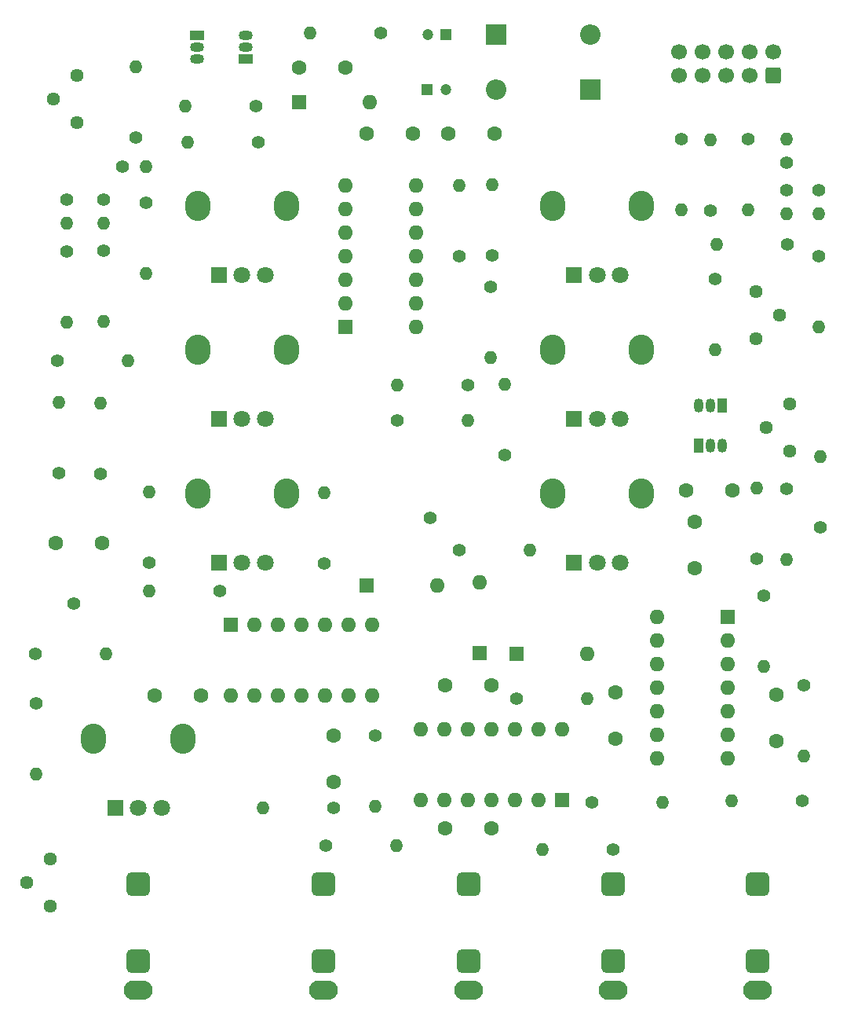
<source format=gts>
%TF.GenerationSoftware,KiCad,Pcbnew,(6.0.1)*%
%TF.CreationDate,2022-08-28T21:55:51+02:00*%
%TF.ProjectId,vco,76636f2e-6b69-4636-9164-5f7063625858,rev?*%
%TF.SameCoordinates,Original*%
%TF.FileFunction,Soldermask,Top*%
%TF.FilePolarity,Negative*%
%FSLAX46Y46*%
G04 Gerber Fmt 4.6, Leading zero omitted, Abs format (unit mm)*
G04 Created by KiCad (PCBNEW (6.0.1)) date 2022-08-28 21:55:51*
%MOMM*%
%LPD*%
G01*
G04 APERTURE LIST*
G04 Aperture macros list*
%AMRoundRect*
0 Rectangle with rounded corners*
0 $1 Rounding radius*
0 $2 $3 $4 $5 $6 $7 $8 $9 X,Y pos of 4 corners*
0 Add a 4 corners polygon primitive as box body*
4,1,4,$2,$3,$4,$5,$6,$7,$8,$9,$2,$3,0*
0 Add four circle primitives for the rounded corners*
1,1,$1+$1,$2,$3*
1,1,$1+$1,$4,$5*
1,1,$1+$1,$6,$7*
1,1,$1+$1,$8,$9*
0 Add four rect primitives between the rounded corners*
20,1,$1+$1,$2,$3,$4,$5,0*
20,1,$1+$1,$4,$5,$6,$7,0*
20,1,$1+$1,$6,$7,$8,$9,0*
20,1,$1+$1,$8,$9,$2,$3,0*%
G04 Aperture macros list end*
%ADD10O,2.720000X3.240000*%
%ADD11R,1.800000X1.800000*%
%ADD12C,1.800000*%
%ADD13O,3.100000X2.100000*%
%ADD14RoundRect,0.650000X-0.650000X-0.650000X0.650000X-0.650000X0.650000X0.650000X-0.650000X0.650000X0*%
%ADD15C,1.400000*%
%ADD16R,1.200000X1.200000*%
%ADD17C,1.200000*%
%ADD18C,1.600000*%
%ADD19O,1.400000X1.400000*%
%ADD20RoundRect,0.250000X0.600000X-0.600000X0.600000X0.600000X-0.600000X0.600000X-0.600000X-0.600000X0*%
%ADD21C,1.700000*%
%ADD22R,2.200000X2.200000*%
%ADD23O,2.200000X2.200000*%
%ADD24R,1.600000X1.600000*%
%ADD25O,1.600000X1.600000*%
%ADD26C,1.440000*%
%ADD27R,1.050000X1.500000*%
%ADD28O,1.050000X1.500000*%
%ADD29R,1.500000X1.050000*%
%ADD30O,1.500000X1.050000*%
G04 APERTURE END LIST*
D10*
%TO.C,RV10*%
X51800000Y-72125000D03*
X61400000Y-72125000D03*
D11*
X54100000Y-79625000D03*
D12*
X56600000Y-79625000D03*
X59100000Y-79625000D03*
%TD*%
D13*
%TO.C,J2*%
X81000000Y-125615000D03*
D14*
X81000000Y-114215000D03*
X81000000Y-122515000D03*
%TD*%
D10*
%TO.C,RV4*%
X61400000Y-41125000D03*
X51800000Y-41125000D03*
D11*
X54100000Y-48625000D03*
D12*
X56600000Y-48625000D03*
X59100000Y-48625000D03*
%TD*%
D10*
%TO.C,RV1*%
X90100000Y-56625000D03*
X99700000Y-56625000D03*
D11*
X92400000Y-64125000D03*
D12*
X94900000Y-64125000D03*
X97400000Y-64125000D03*
%TD*%
D10*
%TO.C,RV8*%
X40600000Y-98525000D03*
X50200000Y-98525000D03*
D11*
X42900000Y-106025000D03*
D12*
X45400000Y-106025000D03*
X47900000Y-106025000D03*
%TD*%
D15*
%TO.C,*%
X38450000Y-84000000D03*
%TD*%
D13*
%TO.C,J6*%
X96600000Y-125615000D03*
D14*
X96600000Y-114215000D03*
X96600000Y-122515000D03*
%TD*%
D16*
%TO.C,C8*%
X76577401Y-28600000D03*
D17*
X78577401Y-28600000D03*
%TD*%
D15*
%TO.C,*%
X76850000Y-74800000D03*
%TD*%
D13*
%TO.C,J1*%
X112200000Y-125615000D03*
D14*
X112200000Y-114215000D03*
X112200000Y-122515000D03*
%TD*%
D18*
%TO.C,C11*%
X83500000Y-92800000D03*
X78500000Y-92800000D03*
%TD*%
D10*
%TO.C,RV3*%
X51800000Y-56625000D03*
X61400000Y-56625000D03*
D11*
X54100000Y-64125000D03*
D12*
X56600000Y-64125000D03*
X59100000Y-64125000D03*
%TD*%
D18*
%TO.C,C10*%
X83500000Y-108250000D03*
X78500000Y-108250000D03*
%TD*%
%TO.C,C9*%
X96850000Y-93550000D03*
X96850000Y-98550000D03*
%TD*%
%TO.C,C6*%
X114200000Y-93800000D03*
X114200000Y-98800000D03*
%TD*%
D13*
%TO.C,J4*%
X65400000Y-125615000D03*
D14*
X65400000Y-114215000D03*
X65400000Y-122515000D03*
%TD*%
D10*
%TO.C,RV2*%
X90100000Y-41125000D03*
X99700000Y-41125000D03*
D11*
X92400000Y-48625000D03*
D12*
X94900000Y-48625000D03*
X97400000Y-48625000D03*
%TD*%
D10*
%TO.C,RV11*%
X90100000Y-72125000D03*
X99700000Y-72125000D03*
D11*
X92400000Y-79625000D03*
D12*
X94900000Y-79625000D03*
X97400000Y-79625000D03*
%TD*%
D16*
%TO.C,C7*%
X78600000Y-22700000D03*
D17*
X76600000Y-22700000D03*
%TD*%
D13*
%TO.C,J3*%
X45400000Y-125615000D03*
D14*
X45400000Y-114215000D03*
X45400000Y-122515000D03*
%TD*%
D15*
%TO.C,R1*%
X104000000Y-33990000D03*
D19*
X104000000Y-41610000D03*
%TD*%
D18*
%TO.C,C2*%
X62740000Y-26250000D03*
X67740000Y-26250000D03*
%TD*%
D15*
%TO.C,R33*%
X94290000Y-105400000D03*
D19*
X101910000Y-105400000D03*
%TD*%
D15*
%TO.C,R12*%
X45100000Y-33760000D03*
D19*
X45100000Y-26140000D03*
%TD*%
D15*
%TO.C,R30*%
X79990000Y-78250000D03*
D19*
X87610000Y-78250000D03*
%TD*%
D15*
%TO.C,R28*%
X112900000Y-83140000D03*
D19*
X112900000Y-90760000D03*
%TD*%
D15*
%TO.C,R20*%
X117060000Y-105250000D03*
D19*
X109440000Y-105250000D03*
%TD*%
D18*
%TO.C,C16*%
X52150000Y-93900000D03*
X47150000Y-93900000D03*
%TD*%
%TO.C,C5*%
X66500000Y-98250000D03*
X66500000Y-103250000D03*
%TD*%
D15*
%TO.C,R26*%
X119000000Y-75790000D03*
D19*
X119000000Y-68170000D03*
%TD*%
D20*
%TO.C,J5*%
X113900000Y-27100000D03*
D21*
X113900000Y-24560000D03*
X111360000Y-27100000D03*
X111360000Y-24560000D03*
X108820000Y-27100000D03*
X108820000Y-24560000D03*
X106280000Y-27100000D03*
X106280000Y-24560000D03*
X103740000Y-27100000D03*
X103740000Y-24560000D03*
%TD*%
D15*
%TO.C,R5*%
X115410000Y-45300000D03*
D19*
X107790000Y-45300000D03*
%TD*%
D22*
%TO.C,D6*%
X94180000Y-28600000D03*
D23*
X84020000Y-28600000D03*
%TD*%
D15*
%TO.C,R31*%
X86240000Y-94200000D03*
D19*
X93860000Y-94200000D03*
%TD*%
D15*
%TO.C,R8*%
X41700000Y-45950000D03*
D19*
X41700000Y-53570000D03*
%TD*%
D24*
%TO.C,D4*%
X86240000Y-89450000D03*
D25*
X93860000Y-89450000D03*
%TD*%
D15*
%TO.C,R6*%
X111150000Y-33990000D03*
D19*
X111150000Y-41610000D03*
%TD*%
D15*
%TO.C,R4*%
X58360000Y-34300000D03*
D19*
X50740000Y-34300000D03*
%TD*%
D15*
%TO.C,R25*%
X80050000Y-46560000D03*
D19*
X80050000Y-38940000D03*
%TD*%
D15*
%TO.C,TH3*%
X118800000Y-39430000D03*
D19*
X118800000Y-41970000D03*
%TD*%
D15*
%TO.C,R21*%
X36800000Y-69960000D03*
D19*
X36800000Y-62340000D03*
%TD*%
D26*
%TO.C,RV5*%
X112025000Y-55450000D03*
X114565000Y-52910000D03*
X112025000Y-50370000D03*
%TD*%
D15*
%TO.C,R19*%
X34340000Y-89400000D03*
D19*
X41960000Y-89400000D03*
%TD*%
D15*
%TO.C,R2*%
X107100000Y-41660000D03*
D19*
X107100000Y-34040000D03*
%TD*%
D26*
%TO.C,RV9*%
X115675000Y-62450000D03*
X113135000Y-64990000D03*
X115675000Y-67530000D03*
%TD*%
D15*
%TO.C,R22*%
X117200000Y-92840000D03*
D19*
X117200000Y-100460000D03*
%TD*%
D15*
%TO.C,R35*%
X66510000Y-106050000D03*
D19*
X58890000Y-106050000D03*
%TD*%
D15*
%TO.C,R17*%
X41300000Y-70010000D03*
D19*
X41300000Y-62390000D03*
%TD*%
D15*
%TO.C,TH5*%
X43710000Y-36900000D03*
D19*
X46250000Y-36900000D03*
%TD*%
D24*
%TO.C,U3*%
X67700000Y-54175000D03*
D25*
X67700000Y-51635000D03*
X67700000Y-49095000D03*
X67700000Y-46555000D03*
X67700000Y-44015000D03*
X67700000Y-41475000D03*
X67700000Y-38935000D03*
X75320000Y-38935000D03*
X75320000Y-41475000D03*
X75320000Y-44015000D03*
X75320000Y-46555000D03*
X75320000Y-49095000D03*
X75320000Y-51635000D03*
X75320000Y-54175000D03*
%TD*%
D18*
%TO.C,C4*%
X36500000Y-77500000D03*
X41500000Y-77500000D03*
%TD*%
D15*
%TO.C,R36*%
X71000000Y-98240000D03*
D19*
X71000000Y-105860000D03*
%TD*%
D24*
%TO.C,D2*%
X62740000Y-29950000D03*
D25*
X70360000Y-29950000D03*
%TD*%
D15*
%TO.C,R16*%
X112100000Y-79160000D03*
D19*
X112100000Y-71540000D03*
%TD*%
D24*
%TO.C,D3*%
X82200000Y-89360000D03*
D25*
X82200000Y-81740000D03*
%TD*%
D15*
%TO.C,R14*%
X71510000Y-22550000D03*
D19*
X63890000Y-22550000D03*
%TD*%
D18*
%TO.C,C15*%
X75000000Y-33350000D03*
X70000000Y-33350000D03*
%TD*%
D15*
%TO.C,R32*%
X65450000Y-79710000D03*
D19*
X65450000Y-72090000D03*
%TD*%
D27*
%TO.C,Q3*%
X105830000Y-66940000D03*
D28*
X107100000Y-66940000D03*
X108370000Y-66940000D03*
%TD*%
D15*
%TO.C,R18*%
X36640000Y-57800000D03*
D19*
X44260000Y-57800000D03*
%TD*%
D15*
%TO.C,R24*%
X115300000Y-71600000D03*
D19*
X115300000Y-79220000D03*
%TD*%
D15*
%TO.C,TH6*%
X37700000Y-40480000D03*
D19*
X37700000Y-43020000D03*
%TD*%
D15*
%TO.C,R15*%
X34400000Y-94740000D03*
D19*
X34400000Y-102360000D03*
%TD*%
D15*
%TO.C,R40*%
X96650000Y-110500000D03*
D19*
X89030000Y-110500000D03*
%TD*%
D24*
%TO.C,U2*%
X55350000Y-86300000D03*
D25*
X57890000Y-86300000D03*
X60430000Y-86300000D03*
X62970000Y-86300000D03*
X65510000Y-86300000D03*
X68050000Y-86300000D03*
X70590000Y-86300000D03*
X70590000Y-93920000D03*
X68050000Y-93920000D03*
X65510000Y-93920000D03*
X62970000Y-93920000D03*
X60430000Y-93920000D03*
X57890000Y-93920000D03*
X55350000Y-93920000D03*
%TD*%
D15*
%TO.C,R3*%
X58060000Y-30400000D03*
D19*
X50440000Y-30400000D03*
%TD*%
D15*
%TO.C,R37*%
X84900000Y-67960000D03*
D19*
X84900000Y-60340000D03*
%TD*%
D15*
%TO.C,TH2*%
X115300000Y-36520000D03*
D19*
X115300000Y-33980000D03*
%TD*%
D15*
%TO.C,R39*%
X80910000Y-60450000D03*
D19*
X73290000Y-60450000D03*
%TD*%
D27*
%TO.C,Q1*%
X108370000Y-62660000D03*
D28*
X107100000Y-62660000D03*
X105830000Y-62660000D03*
%TD*%
D15*
%TO.C,R38*%
X73290000Y-64300000D03*
D19*
X80910000Y-64300000D03*
%TD*%
D15*
%TO.C,R34*%
X65590000Y-110050000D03*
D19*
X73210000Y-110050000D03*
%TD*%
D26*
%TO.C,RV6*%
X38775000Y-27100000D03*
X36235000Y-29640000D03*
X38775000Y-32180000D03*
%TD*%
D15*
%TO.C,R7*%
X118800000Y-46590000D03*
D19*
X118800000Y-54210000D03*
%TD*%
D24*
%TO.C,U1*%
X108950000Y-85425000D03*
D25*
X108950000Y-87965000D03*
X108950000Y-90505000D03*
X108950000Y-93045000D03*
X108950000Y-95585000D03*
X108950000Y-98125000D03*
X108950000Y-100665000D03*
X101330000Y-100665000D03*
X101330000Y-98125000D03*
X101330000Y-95585000D03*
X101330000Y-93045000D03*
X101330000Y-90505000D03*
X101330000Y-87965000D03*
X101330000Y-85425000D03*
%TD*%
D15*
%TO.C,R9*%
X46250000Y-40840000D03*
D19*
X46250000Y-48460000D03*
%TD*%
D18*
%TO.C,C14*%
X78850000Y-33350000D03*
X83850000Y-33350000D03*
%TD*%
D15*
%TO.C,R11*%
X107600000Y-48990000D03*
D19*
X107600000Y-56610000D03*
%TD*%
D18*
%TO.C,C1*%
X104450000Y-71800000D03*
X109450000Y-71800000D03*
%TD*%
D15*
%TO.C,R13*%
X83400000Y-49840000D03*
D19*
X83400000Y-57460000D03*
%TD*%
D24*
%TO.C,U4*%
X91125000Y-105200000D03*
D25*
X88585000Y-105200000D03*
X86045000Y-105200000D03*
X83505000Y-105200000D03*
X80965000Y-105200000D03*
X78425000Y-105200000D03*
X75885000Y-105200000D03*
X75885000Y-97580000D03*
X78425000Y-97580000D03*
X80965000Y-97580000D03*
X83505000Y-97580000D03*
X86045000Y-97580000D03*
X88585000Y-97580000D03*
X91125000Y-97580000D03*
%TD*%
D15*
%TO.C,R29*%
X54210000Y-82600000D03*
D19*
X46590000Y-82600000D03*
%TD*%
D15*
%TO.C,TH4*%
X41700000Y-40480000D03*
D19*
X41700000Y-43020000D03*
%TD*%
D15*
%TO.C,R10*%
X37700000Y-46090000D03*
D19*
X37700000Y-53710000D03*
%TD*%
D18*
%TO.C,C3*%
X105450000Y-80150000D03*
X105450000Y-75150000D03*
%TD*%
D15*
%TO.C,TH1*%
X115300000Y-39430000D03*
D19*
X115300000Y-41970000D03*
%TD*%
D22*
%TO.C,D5*%
X84020000Y-22700000D03*
D23*
X94180000Y-22700000D03*
%TD*%
D29*
%TO.C,Q2*%
X51750000Y-22810000D03*
D30*
X51750000Y-24080000D03*
X51750000Y-25350000D03*
%TD*%
D15*
%TO.C,R23*%
X46600000Y-79560000D03*
D19*
X46600000Y-71940000D03*
%TD*%
D29*
%TO.C,Q4*%
X56950000Y-25350000D03*
D30*
X56950000Y-24080000D03*
X56950000Y-22810000D03*
%TD*%
D15*
%TO.C,R27*%
X83600000Y-46460000D03*
D19*
X83600000Y-38840000D03*
%TD*%
D26*
%TO.C,RV7*%
X35925000Y-111500000D03*
X33385000Y-114040000D03*
X35925000Y-116580000D03*
%TD*%
D24*
%TO.C,D1*%
X70040000Y-82050000D03*
D25*
X77660000Y-82050000D03*
%TD*%
M02*

</source>
